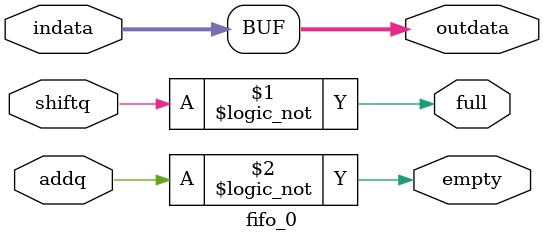
<source format=v>

`ifdef PICO_CLOCK_EDGE
`else
   `define PICO_CLOCK_EDGE posedge
`endif
`ifdef PICO_CLOCK_SENSITIVITY
`else
   `define PICO_CLOCK_SENSITIVITY clk
`endif
`ifdef PICO_RESET_SENSITIVITY
`else
   `define PICO_RESET_SENSITIVITY
`endif
`ifdef PICO_RESET_SENSITIVITY2
`else
   `define PICO_RESET_SENSITIVITY2 reset
`endif

`timescale 1 ns / 10 ps

module fifo_0 ( addq, shiftq, indata, full, empty, outdata);

     parameter width = 8;

input addq, shiftq;
wire  addq, shiftq;

input [width-1:0]  indata;
wire  [width-1:0]  indata;

output full, empty;
wire   full, empty;

output [width-1:0] outdata;
wire   [width-1:0] outdata;

assign full = !shiftq;
assign empty = !addq;
assign outdata = indata;

endmodule

</source>
